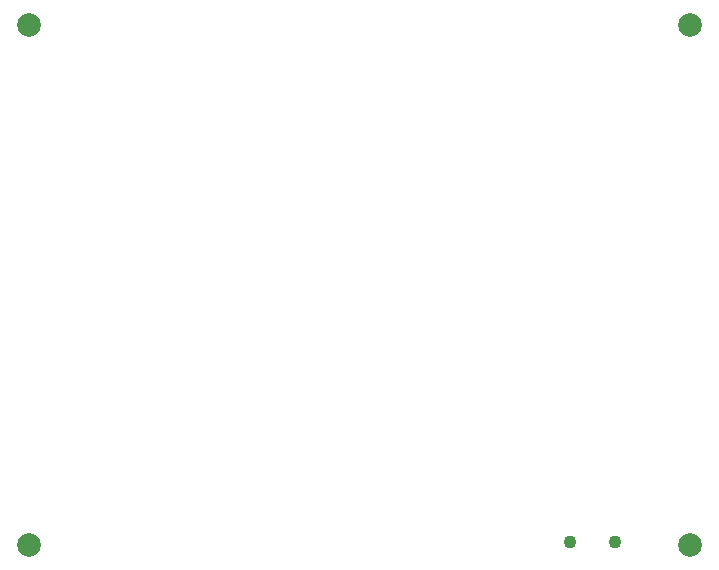
<source format=gbr>
%TF.GenerationSoftware,KiCad,Pcbnew,8.0.8+1*%
%TF.CreationDate,Date%
%TF.ProjectId,LoRa-V3-PCB,4c6f5261-2d56-4332-9d50-43422e6b6963,rev?*%
%TF.SameCoordinates,Original*%
%TF.FileFunction,NonPlated,1,2,NPTH,Drill*%
%TF.FilePolarity,Positive*%
%FSLAX46Y46*%
G04 Gerber Fmt 4.6, Leading zero omitted, Abs format (unit mm)*
G04 Created by KiCad*
%MOMM*%
%LPD*%
G01*
G04 APERTURE LIST*
%TA.AperFunction,ComponentDrill*%
%ADD10C,1.100000*%
%TD*%
%TA.AperFunction,ComponentDrill*%
%ADD11C,2.000000*%
%TD*%
G04 APERTURE END LIST*
D10*
%TO.C,SW2*%
X162850000Y-118750000D03*
X166650000Y-118750000D03*
D11*
%TO.C,H1*%
X117000000Y-75000000D03*
%TO.C,H3*%
X117000000Y-119000000D03*
%TO.C,H2*%
X173000000Y-75000000D03*
%TO.C,H4*%
X173000000Y-119000000D03*
M02*

</source>
